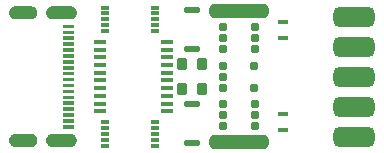
<source format=gtp>
G04 Layer: TopPasteMaskLayer*
G04 EasyEDA Pro v2.2.20.32, 2024-06-04 01:45:36*
G04 Gerber Generator version 0.3*
G04 Scale: 100 percent, Rotated: No, Reflected: No*
G04 Dimensions in millimeters*
G04 Leading zeros omitted, absolute positions, 3 integers and 5 decimals*
%FSLAX35Y35*%
%MOMM*%
%AMRoundRect*1,1,$1,$2,$3*1,1,$1,$4,$5*1,1,$1,0-$2,0-$3*1,1,$1,0-$4,0-$5*20,1,$1,$2,$3,$4,$5,0*20,1,$1,$4,$5,0-$2,0-$3,0*20,1,$1,0-$2,0-$3,0-$4,0-$5,0*20,1,$1,0-$4,0-$5,$2,$3,0*4,1,4,$2,$3,$4,$5,0-$2,0-$3,0-$4,0-$5,$2,$3,0*%
%ADD10RoundRect,0.726X-2.137X0.242X2.137X0.242*%
%ADD11RoundRect,1.02X-1.24X-0.34X-1.24X0.34*%
%ADD12RoundRect,0.105X-0.5975X-0.1975X-0.5975X0.1975*%
%ADD13RoundRect,0.126X0.237X-0.237X-0.237X-0.237*%
%ADD14RoundRect,0.0525X-0.32375X-0.09875X-0.32375X0.09875*%
%ADD15RoundRect,0.0591X0.32375X0.09875X0.32375X-0.09875*%
%ADD16RoundRect,0.0525X0.32375X0.09875X0.32375X-0.09875*%
%ADD17RoundRect,0.063X0.4685X0.1185X0.4685X-0.1185*%
%ADD18RoundRect,0.168X-0.316X-0.416X-0.316X0.416*%
%ADD19RoundRect,0.126X-0.237X0.237X0.237X0.237*%
%ADD20RoundRect,0.126X0.237X-0.237X-0.237X-0.237*%
%ADD21RoundRect,0.0735X-0.36325X0.13825X0.36325X0.13825*%
%ADD22RoundRect,0.0735X0.36325X-0.13825X-0.36325X-0.13825*%
G75*


G04 PolygonModel Start*
G36*
G01X-899173Y-538632D02*
G01X-899310Y-535894D01*
G01X-899582Y-533164D01*
G01X-899991Y-530454D01*
G01X-900534Y-527766D01*
G01X-901210Y-525107D01*
G01X-902020Y-522486D01*
G01X-902958Y-519910D01*
G01X-904022Y-517383D01*
G01X-905213Y-514911D01*
G01X-906524Y-512503D01*
G01X-907954Y-510164D01*
G01X-909498Y-507898D01*
G01X-911154Y-505711D01*
G01X-912917Y-503611D01*
G01X-914784Y-501599D01*
G01X-916747Y-499684D01*
G01X-918802Y-497870D01*
G01X-920946Y-496161D01*
G01X-923173Y-494561D01*
G01X-925477Y-493072D01*
G01X-927852Y-491701D01*
G01X-930293Y-490449D01*
G01X-932792Y-489321D01*
G01X-935345Y-488320D01*
G01X-937944Y-487446D01*
G01X-940585Y-486705D01*
G01X-943257Y-486092D01*
G01X-945960Y-485618D01*
G01X-948680Y-485277D01*
G01X-951416Y-485071D01*
G01X-954156Y-485003D01*
G01X-1104153Y-485003D01*
G01X-1106894Y-485071D01*
G01X-1109630Y-485277D01*
G01X-1112350Y-485618D01*
G01X-1115053Y-486092D01*
G01X-1117725Y-486705D01*
G01X-1120366Y-487446D01*
G01X-1122965Y-488320D01*
G01X-1125517Y-489321D01*
G01X-1128017Y-490449D01*
G01X-1130458Y-491701D01*
G01X-1132833Y-493072D01*
G01X-1135136Y-494561D01*
G01X-1137364Y-496161D01*
G01X-1139508Y-497870D01*
G01X-1141563Y-499684D01*
G01X-1143526Y-501599D01*
G01X-1145393Y-503611D01*
G01X-1147156Y-505711D01*
G01X-1148812Y-507898D01*
G01X-1150356Y-510164D01*
G01X-1151786Y-512503D01*
G01X-1153097Y-514911D01*
G01X-1154288Y-517383D01*
G01X-1155352Y-519910D01*
G01X-1156290Y-522486D01*
G01X-1157100Y-525107D01*
G01X-1157775Y-527766D01*
G01X-1158319Y-530454D01*
G01X-1158728Y-533164D01*
G01X-1159000Y-535894D01*
G01X-1159137Y-538632D01*
G01X-1159137Y-541376D01*
G01X-1159000Y-544114D01*
G01X-1158728Y-546844D01*
G01X-1158319Y-549554D01*
G01X-1157775Y-552242D01*
G01X-1157100Y-554901D01*
G01X-1156290Y-557522D01*
G01X-1155352Y-560098D01*
G01X-1154288Y-562625D01*
G01X-1153097Y-565097D01*
G01X-1151786Y-567505D01*
G01X-1150356Y-569844D01*
G01X-1148812Y-572110D01*
G01X-1147156Y-574297D01*
G01X-1145393Y-576397D01*
G01X-1143526Y-578409D01*
G01X-1141563Y-580324D01*
G01X-1139508Y-582138D01*
G01X-1137364Y-583847D01*
G01X-1135136Y-585447D01*
G01X-1132833Y-586936D01*
G01X-1130458Y-588307D01*
G01X-1128017Y-589559D01*
G01X-1125517Y-590687D01*
G01X-1122965Y-591688D01*
G01X-1120366Y-592562D01*
G01X-1117725Y-593303D01*
G01X-1115053Y-593915D01*
G01X-1112350Y-594390D01*
G01X-1109630Y-594731D01*
G01X-1106894Y-594937D01*
G01X-1104153Y-595005D01*
G01X-954156Y-595005D01*
G01X-951416Y-594937D01*
G01X-948680Y-594731D01*
G01X-945960Y-594390D01*
G01X-943257Y-593915D01*
G01X-940585Y-593303D01*
G01X-937944Y-592562D01*
G01X-935345Y-591688D01*
G01X-932792Y-590687D01*
G01X-930293Y-589559D01*
G01X-927852Y-588307D01*
G01X-925477Y-586936D01*
G01X-923173Y-585447D01*
G01X-920946Y-583847D01*
G01X-918802Y-582138D01*
G01X-916747Y-580324D01*
G01X-914784Y-578409D01*
G01X-912917Y-576397D01*
G01X-911154Y-574297D01*
G01X-909498Y-572110D01*
G01X-907954Y-569844D01*
G01X-906524Y-567505D01*
G01X-905213Y-565097D01*
G01X-904022Y-562625D01*
G01X-902958Y-560098D01*
G01X-902020Y-557522D01*
G01X-901210Y-554901D01*
G01X-900534Y-552242D01*
G01X-899991Y-549554D01*
G01X-899582Y-546844D01*
G01X-899310Y-544114D01*
G01X-899173Y-541376D01*
G01X-899173Y-538632D01*
G37*
G36*
G01X-899173Y541376D02*
G01X-899310Y544114D01*
G01X-899582Y546844D01*
G01X-899991Y549554D01*
G01X-900534Y552242D01*
G01X-901210Y554901D01*
G01X-902020Y557522D01*
G01X-902958Y560098D01*
G01X-904022Y562625D01*
G01X-905213Y565097D01*
G01X-906524Y567505D01*
G01X-907954Y569844D01*
G01X-909498Y572110D01*
G01X-911154Y574297D01*
G01X-912917Y576397D01*
G01X-914784Y578409D01*
G01X-916747Y580324D01*
G01X-918802Y582138D01*
G01X-920946Y583847D01*
G01X-923173Y585447D01*
G01X-925477Y586936D01*
G01X-927852Y588307D01*
G01X-930293Y589559D01*
G01X-932792Y590687D01*
G01X-935345Y591688D01*
G01X-937944Y592562D01*
G01X-940585Y593303D01*
G01X-943257Y593916D01*
G01X-945960Y594390D01*
G01X-948680Y594731D01*
G01X-951416Y594937D01*
G01X-954156Y595005D01*
G01X-1104153Y595005D01*
G01X-1106894Y594937D01*
G01X-1109630Y594731D01*
G01X-1112350Y594390D01*
G01X-1115053Y593916D01*
G01X-1117725Y593303D01*
G01X-1120366Y592562D01*
G01X-1122965Y591688D01*
G01X-1125517Y590687D01*
G01X-1128017Y589559D01*
G01X-1130458Y588307D01*
G01X-1132833Y586936D01*
G01X-1135136Y585447D01*
G01X-1137364Y583847D01*
G01X-1139508Y582138D01*
G01X-1141563Y580324D01*
G01X-1143526Y578409D01*
G01X-1145393Y576397D01*
G01X-1147156Y574297D01*
G01X-1148812Y572110D01*
G01X-1150356Y569844D01*
G01X-1151786Y567505D01*
G01X-1153097Y565097D01*
G01X-1154288Y562625D01*
G01X-1155352Y560098D01*
G01X-1156290Y557522D01*
G01X-1157100Y554901D01*
G01X-1157775Y552242D01*
G01X-1158319Y549554D01*
G01X-1158728Y546844D01*
G01X-1159000Y544114D01*
G01X-1159137Y541376D01*
G01X-1159137Y538632D01*
G01X-1159000Y535894D01*
G01X-1158728Y533164D01*
G01X-1158319Y530454D01*
G01X-1157775Y527766D01*
G01X-1157100Y525107D01*
G01X-1156290Y522486D01*
G01X-1155352Y519910D01*
G01X-1154288Y517383D01*
G01X-1153097Y514911D01*
G01X-1151786Y512503D01*
G01X-1150356Y510164D01*
G01X-1148812Y507898D01*
G01X-1147156Y505711D01*
G01X-1145393Y503611D01*
G01X-1143526Y501599D01*
G01X-1141563Y499684D01*
G01X-1139508Y497870D01*
G01X-1137364Y496161D01*
G01X-1135136Y494561D01*
G01X-1132833Y493072D01*
G01X-1130458Y491701D01*
G01X-1128017Y490449D01*
G01X-1125517Y489321D01*
G01X-1122965Y488320D01*
G01X-1120366Y487446D01*
G01X-1117725Y486705D01*
G01X-1115053Y486093D01*
G01X-1112350Y485618D01*
G01X-1109630Y485277D01*
G01X-1106894Y485071D01*
G01X-1104153Y485003D01*
G01X-954156Y485003D01*
G01X-951416Y485071D01*
G01X-948680Y485277D01*
G01X-945960Y485618D01*
G01X-943257Y486093D01*
G01X-940585Y486705D01*
G01X-937944Y487446D01*
G01X-935345Y488320D01*
G01X-932792Y489321D01*
G01X-930293Y490449D01*
G01X-927852Y491701D01*
G01X-925477Y493072D01*
G01X-923173Y494561D01*
G01X-920946Y496161D01*
G01X-918802Y497870D01*
G01X-916747Y499684D01*
G01X-914784Y501599D01*
G01X-912917Y503611D01*
G01X-911154Y505711D01*
G01X-909498Y507898D01*
G01X-907954Y510164D01*
G01X-906524Y512503D01*
G01X-905213Y514911D01*
G01X-904022Y517383D01*
G01X-902958Y519910D01*
G01X-902020Y522486D01*
G01X-901210Y525107D01*
G01X-900534Y527766D01*
G01X-899991Y530454D01*
G01X-899582Y533164D01*
G01X-899310Y535894D01*
G01X-899173Y538632D01*
G01X-899173Y541376D01*
G37*
G36*
G01X-1012155Y-339997D02*
G01X-922152Y-339997D01*
G01X-922152Y-309994D01*
G01X-1012155Y-309994D01*
G01X-1012155Y-339997D01*
G37*
G36*
G01X-1012155Y310004D02*
G01X-922152Y310004D01*
G01X-922152Y340007D01*
G01X-1012155Y340007D01*
G01X-1012155Y310004D01*
G37*
G36*
G01X-1012155Y-389997D02*
G01X-922152Y-389997D01*
G01X-922152Y-359994D01*
G01X-1012155Y-359994D01*
G01X-1012155Y-389997D01*
G37*
G36*
G01X-922152Y390007D02*
G01X-1012155Y390007D01*
G01X-1012155Y360004D01*
G01X-922152Y360004D01*
G01X-922152Y390007D01*
G37*
G36*
G01X-1012155Y210005D02*
G01X-922152Y210005D01*
G01X-922152Y240007D01*
G01X-1012155Y240007D01*
G01X-1012155Y210005D01*
G37*
G36*
G01X-1012155Y-289997D02*
G01X-922152Y-289997D01*
G01X-922152Y-259994D01*
G01X-1012155Y-259994D01*
G01X-1012155Y-289997D01*
G37*
G36*
G01X-922152Y-409994D02*
G01X-1012155Y-409994D01*
G01X-1012155Y-439997D01*
G01X-922152Y-439997D01*
G01X-922152Y-409994D01*
G37*
G36*
G01X-1012155Y110005D02*
G01X-922152Y110005D01*
G01X-922152Y140007D01*
G01X-1012155Y140007D01*
G01X-1012155Y110005D01*
G37*
G36*
G01X-1012155Y-189995D02*
G01X-922152Y-189995D01*
G01X-922152Y-159992D01*
G01X-1012155Y-159992D01*
G01X-1012155Y-189995D01*
G37*
G36*
G01X-1012155Y10005D02*
G01X-922152Y10005D01*
G01X-922152Y40008D01*
G01X-1012155Y40008D01*
G01X-1012155Y10005D01*
G37*
G36*
G01X-1012155Y-89995D02*
G01X-922152Y-89995D01*
G01X-922152Y-59992D01*
G01X-1012155Y-59992D01*
G01X-1012155Y-89995D01*
G37*
G36*
G01X-922152Y440007D02*
G01X-1012155Y440007D01*
G01X-1012155Y410004D01*
G01X-922152Y410004D01*
G01X-922152Y440007D01*
G37*
G36*
G01X-1012155Y-39995D02*
G01X-922152Y-39995D01*
G01X-922152Y-9992D01*
G01X-1012155Y-9992D01*
G01X-1012155Y-39995D01*
G37*
G36*
G01X-1012155Y60005D02*
G01X-922152Y60005D01*
G01X-922152Y90007D01*
G01X-1012155Y90007D01*
G01X-1012155Y60005D01*
G37*
G36*
G01X-922152Y-209992D02*
G01X-1012155Y-209992D01*
G01X-1012155Y-239994D01*
G01X-922152Y-239994D01*
G01X-922152Y-209992D01*
G37*
G36*
G01X-1012155Y-139995D02*
G01X-922152Y-139995D01*
G01X-922152Y-109992D01*
G01X-1012155Y-109992D01*
G01X-1012155Y-139995D01*
G37*
G36*
G01X-1012155Y160005D02*
G01X-922152Y160005D01*
G01X-922152Y190007D01*
G01X-1012155Y190007D01*
G01X-1012155Y160005D01*
G37*
G36*
G01X-1012155Y260005D02*
G01X-922152Y260005D01*
G01X-922152Y290007D01*
G01X-1012155Y290007D01*
G01X-1012155Y260005D01*
G37*
G36*
G01X-1232296Y535894D02*
G01X-1232159Y538632D01*
G01X-1232159Y541376D01*
G01X-1232296Y544114D01*
G01X-1232568Y546844D01*
G01X-1232977Y549554D01*
G01X-1233521Y552242D01*
G01X-1234196Y554901D01*
G01X-1235007Y557522D01*
G01X-1235944Y560098D01*
G01X-1237008Y562625D01*
G01X-1238199Y565097D01*
G01X-1239510Y567505D01*
G01X-1240940Y569844D01*
G01X-1242484Y572110D01*
G01X-1244141Y574297D01*
G01X-1245903Y576397D01*
G01X-1247770Y578409D01*
G01X-1249734Y580324D01*
G01X-1251788Y582138D01*
G01X-1253932Y583847D01*
G01X-1256160Y585447D01*
G01X-1258464Y586936D01*
G01X-1260838Y588307D01*
G01X-1263279Y589559D01*
G01X-1265779Y590687D01*
G01X-1268331Y591688D01*
G01X-1270930Y592562D01*
G01X-1273571Y593303D01*
G01X-1276244Y593916D01*
G01X-1278946Y594390D01*
G01X-1281666Y594731D01*
G01X-1284402Y594937D01*
G01X-1287143Y595005D01*
G01X-1417142Y595005D01*
G01X-1419883Y594937D01*
G01X-1422619Y594731D01*
G01X-1425339Y594390D01*
G01X-1428042Y593916D01*
G01X-1430714Y593303D01*
G01X-1433355Y592562D01*
G01X-1435954Y591688D01*
G01X-1438506Y590687D01*
G01X-1441006Y589559D01*
G01X-1443447Y588307D01*
G01X-1445822Y586936D01*
G01X-1448125Y585447D01*
G01X-1450353Y583847D01*
G01X-1452497Y582138D01*
G01X-1454552Y580324D01*
G01X-1456515Y578409D01*
G01X-1458382Y576397D01*
G01X-1460145Y574297D01*
G01X-1461801Y572110D01*
G01X-1463345Y569844D01*
G01X-1464775Y567505D01*
G01X-1466086Y565097D01*
G01X-1467277Y562625D01*
G01X-1468341Y560098D01*
G01X-1469278Y557522D01*
G01X-1470089Y554901D01*
G01X-1470764Y552242D01*
G01X-1471308Y549554D01*
G01X-1471717Y546844D01*
G01X-1471989Y544114D01*
G01X-1472126Y541376D01*
G01X-1472126Y538632D01*
G01X-1471989Y535894D01*
G01X-1471717Y533164D01*
G01X-1471308Y530454D01*
G01X-1470764Y527766D01*
G01X-1470089Y525107D01*
G01X-1469278Y522486D01*
G01X-1468341Y519910D01*
G01X-1467277Y517383D01*
G01X-1466086Y514911D01*
G01X-1464775Y512503D01*
G01X-1463345Y510164D01*
G01X-1461801Y507898D01*
G01X-1460145Y505711D01*
G01X-1458382Y503611D01*
G01X-1456515Y501599D01*
G01X-1454552Y499684D01*
G01X-1452497Y497870D01*
G01X-1450353Y496161D01*
G01X-1448125Y494561D01*
G01X-1445822Y493072D01*
G01X-1443447Y491701D01*
G01X-1441006Y490449D01*
G01X-1438506Y489321D01*
G01X-1435954Y488320D01*
G01X-1433355Y487446D01*
G01X-1430714Y486705D01*
G01X-1428042Y486093D01*
G01X-1425339Y485618D01*
G01X-1422619Y485277D01*
G01X-1419883Y485071D01*
G01X-1417142Y485003D01*
G01X-1287143Y485003D01*
G01X-1284402Y485071D01*
G01X-1281666Y485277D01*
G01X-1278946Y485618D01*
G01X-1276244Y486093D01*
G01X-1273571Y486705D01*
G01X-1270930Y487446D01*
G01X-1268331Y488320D01*
G01X-1265779Y489321D01*
G01X-1263279Y490449D01*
G01X-1260838Y491701D01*
G01X-1258464Y493072D01*
G01X-1256160Y494561D01*
G01X-1253932Y496161D01*
G01X-1251788Y497870D01*
G01X-1249734Y499684D01*
G01X-1247770Y501599D01*
G01X-1245903Y503611D01*
G01X-1244141Y505711D01*
G01X-1242484Y507898D01*
G01X-1240940Y510164D01*
G01X-1239510Y512503D01*
G01X-1238199Y514911D01*
G01X-1237008Y517383D01*
G01X-1235944Y519910D01*
G01X-1235007Y522486D01*
G01X-1234196Y525107D01*
G01X-1233521Y527766D01*
G01X-1232977Y530454D01*
G01X-1232568Y533164D01*
G01X-1232296Y535894D01*
G37*
G36*
G01X-1232185Y-538632D02*
G01X-1232322Y-535894D01*
G01X-1232594Y-533164D01*
G01X-1233003Y-530454D01*
G01X-1233546Y-527766D01*
G01X-1234222Y-525107D01*
G01X-1235032Y-522486D01*
G01X-1235969Y-519910D01*
G01X-1237034Y-517383D01*
G01X-1238225Y-514911D01*
G01X-1239535Y-512503D01*
G01X-1240966Y-510164D01*
G01X-1242510Y-507898D01*
G01X-1244166Y-505711D01*
G01X-1245929Y-503611D01*
G01X-1247796Y-501599D01*
G01X-1249759Y-499684D01*
G01X-1251814Y-497870D01*
G01X-1253958Y-496161D01*
G01X-1256185Y-494561D01*
G01X-1258489Y-493072D01*
G01X-1260864Y-491701D01*
G01X-1263305Y-490449D01*
G01X-1265804Y-489321D01*
G01X-1268357Y-488320D01*
G01X-1270955Y-487446D01*
G01X-1273597Y-486705D01*
G01X-1276269Y-486092D01*
G01X-1278972Y-485618D01*
G01X-1281692Y-485277D01*
G01X-1284427Y-485071D01*
G01X-1287168Y-485003D01*
G01X-1417165Y-485003D01*
G01X-1419906Y-485071D01*
G01X-1422642Y-485277D01*
G01X-1425362Y-485618D01*
G01X-1428064Y-486092D01*
G01X-1430737Y-486705D01*
G01X-1433378Y-487446D01*
G01X-1435977Y-488320D01*
G01X-1438529Y-489321D01*
G01X-1441029Y-490449D01*
G01X-1443470Y-491701D01*
G01X-1445844Y-493072D01*
G01X-1448148Y-494561D01*
G01X-1450376Y-496161D01*
G01X-1452520Y-497870D01*
G01X-1454574Y-499684D01*
G01X-1456538Y-501599D01*
G01X-1458405Y-503611D01*
G01X-1460168Y-505711D01*
G01X-1461824Y-507898D01*
G01X-1463368Y-510164D01*
G01X-1464798Y-512503D01*
G01X-1466109Y-514911D01*
G01X-1467300Y-517383D01*
G01X-1468364Y-519910D01*
G01X-1469301Y-522486D01*
G01X-1470112Y-525107D01*
G01X-1470787Y-527766D01*
G01X-1471331Y-530454D01*
G01X-1471740Y-533164D01*
G01X-1472012Y-535894D01*
G01X-1472149Y-538632D01*
G01X-1472149Y-541376D01*
G01X-1472012Y-544114D01*
G01X-1471740Y-546844D01*
G01X-1471331Y-549554D01*
G01X-1470787Y-552242D01*
G01X-1470112Y-554901D01*
G01X-1469301Y-557522D01*
G01X-1468364Y-560098D01*
G01X-1467300Y-562625D01*
G01X-1466109Y-565097D01*
G01X-1464798Y-567505D01*
G01X-1463368Y-569844D01*
G01X-1461824Y-572110D01*
G01X-1460168Y-574297D01*
G01X-1458405Y-576397D01*
G01X-1456538Y-578409D01*
G01X-1454574Y-580324D01*
G01X-1452520Y-582138D01*
G01X-1450376Y-583847D01*
G01X-1448148Y-585447D01*
G01X-1445844Y-586936D01*
G01X-1443470Y-588307D01*
G01X-1441029Y-589559D01*
G01X-1438529Y-590687D01*
G01X-1435977Y-591688D01*
G01X-1433378Y-592562D01*
G01X-1430737Y-593303D01*
G01X-1428064Y-593915D01*
G01X-1425362Y-594390D01*
G01X-1422642Y-594731D01*
G01X-1419906Y-594937D01*
G01X-1417165Y-595005D01*
G01X-1287168Y-595005D01*
G01X-1284427Y-594937D01*
G01X-1281692Y-594731D01*
G01X-1278972Y-594390D01*
G01X-1276269Y-593915D01*
G01X-1273597Y-593303D01*
G01X-1270955Y-592562D01*
G01X-1268357Y-591688D01*
G01X-1265804Y-590687D01*
G01X-1263305Y-589559D01*
G01X-1260864Y-588307D01*
G01X-1258489Y-586936D01*
G01X-1256185Y-585447D01*
G01X-1253958Y-583847D01*
G01X-1251814Y-582138D01*
G01X-1249759Y-580324D01*
G01X-1247796Y-578409D01*
G01X-1245929Y-576397D01*
G01X-1244166Y-574297D01*
G01X-1242510Y-572110D01*
G01X-1240966Y-569844D01*
G01X-1239535Y-567505D01*
G01X-1238225Y-565097D01*
G01X-1237034Y-562625D01*
G01X-1235969Y-560098D01*
G01X-1235032Y-557522D01*
G01X-1234222Y-554901D01*
G01X-1233546Y-552242D01*
G01X-1233003Y-549554D01*
G01X-1232594Y-546844D01*
G01X-1232322Y-544114D01*
G01X-1232185Y-541376D01*
G01X-1232185Y-538632D01*
G37*

G04 Pad Start*
G54D10*
G01X473008Y556079D03*
G01X472035Y-555222D03*
G54D11*
G01X1449700Y0D03*
G01X1449700Y254000D03*
G01X1449700Y508000D03*
G01X1449700Y-508000D03*
G01X1449700Y-254000D03*
G54D12*
G01X75000Y565048D03*
G01X75000Y234950D03*
G01X75000Y-234950D03*
G01X75000Y-565048D03*
G54D13*
G01X602509Y-96859D03*
G01X602509Y93133D03*
G01X342489Y93133D03*
G01X342489Y-96859D03*
G01X342489Y-1863D03*
G54D14*
G01X-239001Y-584999D03*
G01X-239001Y-534986D03*
G01X-239001Y-484999D03*
G01X-239001Y-434986D03*
G01X-239001Y-384999D03*
G01X-660997Y-584999D03*
G01X-660997Y-534986D03*
G01X-660997Y-484999D03*
G01X-660997Y-434986D03*
G01X-660997Y-384999D03*
G54D16*
G01X-660997Y584999D03*
G01X-660997Y534986D03*
G01X-660997Y484999D03*
G01X-660997Y434986D03*
G01X-660997Y384999D03*
G01X-239001Y584999D03*
G01X-239001Y534986D03*
G01X-239001Y484999D03*
G01X-239001Y434986D03*
G01X-239001Y384999D03*
G54D17*
G01X-707095Y292506D03*
G01X-707095Y227508D03*
G01X-707095Y162509D03*
G01X-707095Y97511D03*
G01X-707095Y32487D03*
G01X-707095Y-32512D03*
G01X-707095Y-97511D03*
G01X-707095Y-162509D03*
G01X-707095Y-227508D03*
G01X-707095Y-292506D03*
G01X-132903Y292506D03*
G01X-132903Y227508D03*
G01X-132903Y162509D03*
G01X-132903Y97511D03*
G01X-132903Y32487D03*
G01X-132903Y-32512D03*
G01X-132903Y-97511D03*
G01X-132903Y-162509D03*
G01X-132903Y-227508D03*
G01X-132903Y-292506D03*
G54D18*
G01X-6857Y-103141D03*
G01X158139Y-103141D03*
G01X158139Y106857D03*
G01X-6857Y106857D03*
G54D19*
G01X610000Y419995D03*
G01X610000Y324999D03*
G01X610000Y230003D03*
G01X339998Y230003D03*
G01X339998Y324999D03*
G01X339998Y419995D03*
G54D20*
G01X339998Y-419995D03*
G01X339998Y-324999D03*
G01X339998Y-230003D03*
G01X610000Y-230003D03*
G01X610000Y-324999D03*
G01X610000Y-419995D03*
G54D21*
G01X848326Y-449989D03*
G01X847625Y-319989D03*
G54D22*
G01X844645Y460042D03*
G01X845346Y330043D03*
G04 Pad End*

M02*


</source>
